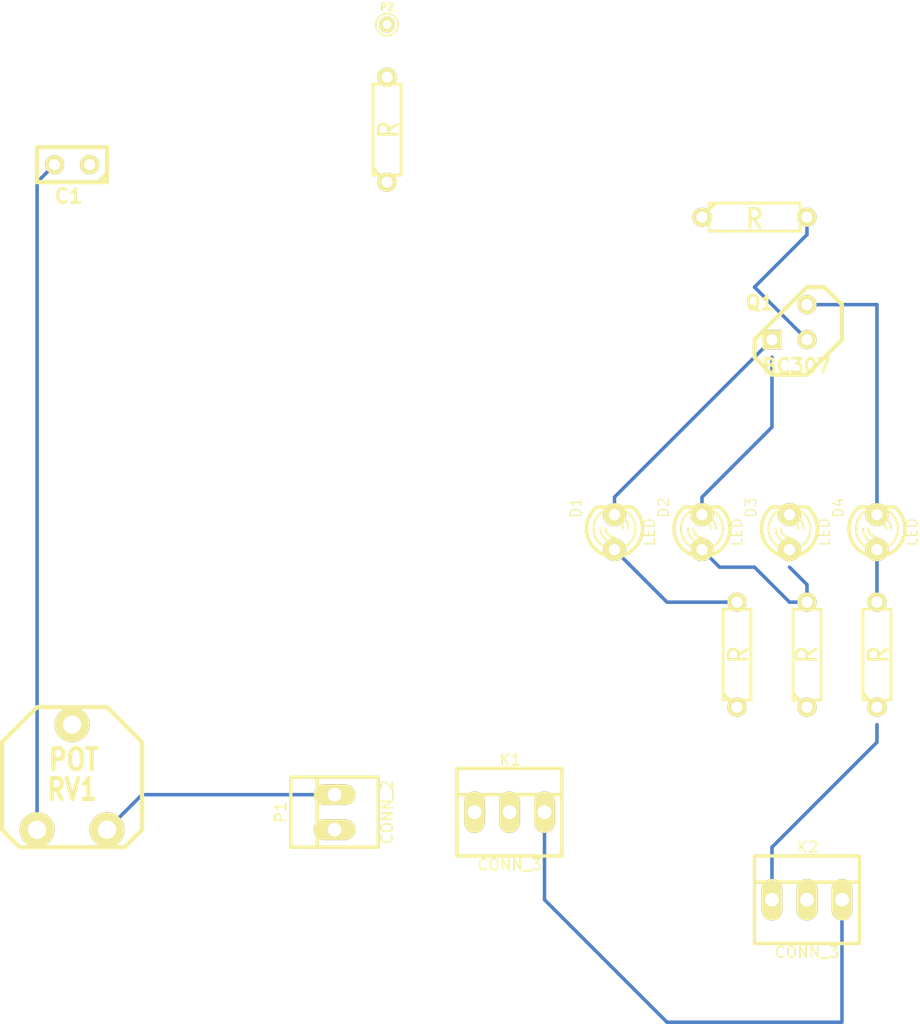
<source format=kicad_pcb>
(kicad_pcb (version 3) (host pcbnew "(2013-jul-07)-stable")

  (general
    (links 18)
    (no_connects 9)
    (area 176.123599 98.49104 243.24945 162.004)
    (thickness 1.6)
    (drawings 0)
    (tracks 30)
    (zones 0)
    (modules 16)
    (nets 13)
  )

  (page A3)
  (layers
    (15 F.Cu signal)
    (0 B.Cu signal)
    (16 B.Adhes user)
    (17 F.Adhes user)
    (18 B.Paste user)
    (19 F.Paste user)
    (20 B.SilkS user)
    (21 F.SilkS user)
    (22 B.Mask user)
    (23 F.Mask user)
    (24 Dwgs.User user)
    (25 Cmts.User user)
    (26 Eco1.User user)
    (27 Eco2.User user)
    (28 Edge.Cuts user)
  )

  (setup
    (last_trace_width 0.254)
    (trace_clearance 0.254)
    (zone_clearance 0.508)
    (zone_45_only no)
    (trace_min 0.254)
    (segment_width 0.2)
    (edge_width 0.15)
    (via_size 0.889)
    (via_drill 0.635)
    (via_min_size 0.889)
    (via_min_drill 0.508)
    (uvia_size 0.508)
    (uvia_drill 0.127)
    (uvias_allowed no)
    (uvia_min_size 0.508)
    (uvia_min_drill 0.127)
    (pcb_text_width 0.3)
    (pcb_text_size 1 1)
    (mod_edge_width 0.15)
    (mod_text_size 1 1)
    (mod_text_width 0.15)
    (pad_size 1 1)
    (pad_drill 0.6)
    (pad_to_mask_clearance 0)
    (aux_axis_origin 0 0)
    (visible_elements FFFFFFBF)
    (pcbplotparams
      (layerselection 3178497)
      (usegerberextensions true)
      (excludeedgelayer true)
      (linewidth 0.150000)
      (plotframeref false)
      (viasonmask false)
      (mode 1)
      (useauxorigin false)
      (hpglpennumber 1)
      (hpglpenspeed 20)
      (hpglpendiameter 15)
      (hpglpenoverlay 2)
      (psnegative false)
      (psa4output false)
      (plotreference true)
      (plotvalue true)
      (plotothertext true)
      (plotinvisibletext false)
      (padsonsilk false)
      (subtractmaskfromsilk false)
      (outputformat 1)
      (mirror false)
      (drillshape 1)
      (scaleselection 1)
      (outputdirectory ""))
  )

  (net 0 "")
  (net 1 GND)
  (net 2 N-000001)
  (net 3 N-0000012)
  (net 4 N-0000014)
  (net 5 N-0000016)
  (net 6 N-0000017)
  (net 7 N-000002)
  (net 8 N-000003)
  (net 9 N-000004)
  (net 10 N-000005)
  (net 11 N-000006)
  (net 12 N-000009)

  (net_class Default "Esta é a classe de net default."
    (clearance 0.254)
    (trace_width 0.254)
    (via_dia 0.889)
    (via_drill 0.635)
    (uvia_dia 0.508)
    (uvia_drill 0.127)
    (add_net "")
    (add_net GND)
    (add_net N-000001)
    (add_net N-0000012)
    (add_net N-0000014)
    (add_net N-0000016)
    (add_net N-0000017)
    (add_net N-000002)
    (add_net N-000003)
    (add_net N-000004)
    (add_net N-000005)
    (add_net N-000006)
    (add_net N-000009)
  )

  (module TO92-EBC (layer F.Cu) (tedit 4718C1A9) (tstamp 55B18B7B)
    (at 233.68 121.92 180)
    (descr "Transistor TO92 brochage type BC237")
    (tags "TR TO92")
    (path /55A90882)
    (fp_text reference Q1 (at 2.159 1.397 180) (layer F.SilkS)
      (effects (font (size 1.016 1.016) (thickness 0.2032)))
    )
    (fp_text value BC307 (at -0.508 -3.175 180) (layer F.SilkS)
      (effects (font (size 1.016 1.016) (thickness 0.2032)))
    )
    (fp_line (start -1.27 2.54) (end 2.54 -1.27) (layer F.SilkS) (width 0.3048))
    (fp_line (start 2.54 -1.27) (end 2.54 -2.54) (layer F.SilkS) (width 0.3048))
    (fp_line (start 2.54 -2.54) (end 1.27 -3.81) (layer F.SilkS) (width 0.3048))
    (fp_line (start 1.27 -3.81) (end -1.27 -3.81) (layer F.SilkS) (width 0.3048))
    (fp_line (start -1.27 -3.81) (end -3.81 -1.27) (layer F.SilkS) (width 0.3048))
    (fp_line (start -3.81 -1.27) (end -3.81 1.27) (layer F.SilkS) (width 0.3048))
    (fp_line (start -3.81 1.27) (end -2.54 2.54) (layer F.SilkS) (width 0.3048))
    (fp_line (start -2.54 2.54) (end -1.27 2.54) (layer F.SilkS) (width 0.3048))
    (pad E thru_hole rect (at 1.27 -1.27 180) (size 1.397 1.397) (drill 0.8128)
      (layers *.Cu *.Mask F.SilkS)
      (net 9 N-000004)
    )
    (pad B thru_hole circle (at -1.27 -1.27 180) (size 1.397 1.397) (drill 0.8128)
      (layers *.Cu *.Mask F.SilkS)
      (net 12 N-000009)
    )
    (pad C thru_hole circle (at -1.27 1.27 180) (size 1.397 1.397) (drill 0.8128)
      (layers *.Cu *.Mask F.SilkS)
      (net 10 N-000005)
    )
    (model discret/to98.wrl
      (at (xyz 0 0 0))
      (scale (xyz 1 1 1))
      (rotate (xyz 0 0 0))
    )
  )

  (module R3 (layer F.Cu) (tedit 4E4C0E65) (tstamp 55B18555)
    (at 240.03 146.05 90)
    (descr "Resitance 3 pas")
    (tags R)
    (path /55A81A15)
    (autoplace_cost180 10)
    (fp_text reference R5 (at 0 0.127 90) (layer F.SilkS) hide
      (effects (font (size 1.397 1.27) (thickness 0.2032)))
    )
    (fp_text value R (at 0 0.127 90) (layer F.SilkS)
      (effects (font (size 1.397 1.27) (thickness 0.2032)))
    )
    (fp_line (start -3.81 0) (end -3.302 0) (layer F.SilkS) (width 0.2032))
    (fp_line (start 3.81 0) (end 3.302 0) (layer F.SilkS) (width 0.2032))
    (fp_line (start 3.302 0) (end 3.302 -1.016) (layer F.SilkS) (width 0.2032))
    (fp_line (start 3.302 -1.016) (end -3.302 -1.016) (layer F.SilkS) (width 0.2032))
    (fp_line (start -3.302 -1.016) (end -3.302 1.016) (layer F.SilkS) (width 0.2032))
    (fp_line (start -3.302 1.016) (end 3.302 1.016) (layer F.SilkS) (width 0.2032))
    (fp_line (start 3.302 1.016) (end 3.302 0) (layer F.SilkS) (width 0.2032))
    (fp_line (start -3.302 -0.508) (end -2.794 -1.016) (layer F.SilkS) (width 0.2032))
    (pad 1 thru_hole circle (at -3.81 0 90) (size 1.397 1.397) (drill 0.8128)
      (layers *.Cu *.Mask F.SilkS)
      (net 3 N-0000012)
    )
    (pad 2 thru_hole circle (at 3.81 0 90) (size 1.397 1.397) (drill 0.8128)
      (layers *.Cu *.Mask F.SilkS)
      (net 4 N-0000014)
    )
    (model discret/resistor.wrl
      (at (xyz 0 0 0))
      (scale (xyz 0.3 0.3 0.3))
      (rotate (xyz 0 0 0))
    )
  )

  (module R3 (layer F.Cu) (tedit 55B1873C) (tstamp 55B18563)
    (at 234.95 146.05 90)
    (descr "Resitance 3 pas")
    (tags R)
    (path /55A81A24)
    (autoplace_cost180 10)
    (fp_text reference R4 (at 0 0.127 90) (layer F.SilkS) hide
      (effects (font (size 1.397 1.27) (thickness 0.2032)))
    )
    (fp_text value R (at 0 0 90) (layer F.SilkS)
      (effects (font (size 1.397 1.27) (thickness 0.2032)))
    )
    (fp_line (start -3.81 0) (end -3.302 0) (layer F.SilkS) (width 0.2032))
    (fp_line (start 3.81 0) (end 3.302 0) (layer F.SilkS) (width 0.2032))
    (fp_line (start 3.302 0) (end 3.302 -1.016) (layer F.SilkS) (width 0.2032))
    (fp_line (start 3.302 -1.016) (end -3.302 -1.016) (layer F.SilkS) (width 0.2032))
    (fp_line (start -3.302 -1.016) (end -3.302 1.016) (layer F.SilkS) (width 0.2032))
    (fp_line (start -3.302 1.016) (end 3.302 1.016) (layer F.SilkS) (width 0.2032))
    (fp_line (start 3.302 1.016) (end 3.302 0) (layer F.SilkS) (width 0.2032))
    (fp_line (start -3.302 -0.508) (end -2.794 -1.016) (layer F.SilkS) (width 0.2032))
    (pad 1 thru_hole circle (at -3.81 0 90) (size 1.397 1.397) (drill 0.8128)
      (layers *.Cu *.Mask F.SilkS)
      (net 3 N-0000012)
    )
    (pad 2 thru_hole circle (at 3.81 0 90) (size 1.397 1.397) (drill 0.8128)
      (layers *.Cu *.Mask F.SilkS)
      (net 5 N-0000016)
    )
    (model discret/resistor.wrl
      (at (xyz 0 0 0))
      (scale (xyz 0.3 0.3 0.3))
      (rotate (xyz 0 0 0))
    )
  )

  (module R3 (layer F.Cu) (tedit 4E4C0E65) (tstamp 55B18571)
    (at 229.87 146.05 90)
    (descr "Resitance 3 pas")
    (tags R)
    (path /55A81A33)
    (autoplace_cost180 10)
    (fp_text reference R3 (at 0 0.127 90) (layer F.SilkS) hide
      (effects (font (size 1.397 1.27) (thickness 0.2032)))
    )
    (fp_text value R (at 0 0.127 90) (layer F.SilkS)
      (effects (font (size 1.397 1.27) (thickness 0.2032)))
    )
    (fp_line (start -3.81 0) (end -3.302 0) (layer F.SilkS) (width 0.2032))
    (fp_line (start 3.81 0) (end 3.302 0) (layer F.SilkS) (width 0.2032))
    (fp_line (start 3.302 0) (end 3.302 -1.016) (layer F.SilkS) (width 0.2032))
    (fp_line (start 3.302 -1.016) (end -3.302 -1.016) (layer F.SilkS) (width 0.2032))
    (fp_line (start -3.302 -1.016) (end -3.302 1.016) (layer F.SilkS) (width 0.2032))
    (fp_line (start -3.302 1.016) (end 3.302 1.016) (layer F.SilkS) (width 0.2032))
    (fp_line (start 3.302 1.016) (end 3.302 0) (layer F.SilkS) (width 0.2032))
    (fp_line (start -3.302 -0.508) (end -2.794 -1.016) (layer F.SilkS) (width 0.2032))
    (pad 1 thru_hole circle (at -3.81 0 90) (size 1.397 1.397) (drill 0.8128)
      (layers *.Cu *.Mask F.SilkS)
      (net 3 N-0000012)
    )
    (pad 2 thru_hole circle (at 3.81 0 90) (size 1.397 1.397) (drill 0.8128)
      (layers *.Cu *.Mask F.SilkS)
      (net 11 N-000006)
    )
    (model discret/resistor.wrl
      (at (xyz 0 0 0))
      (scale (xyz 0.3 0.3 0.3))
      (rotate (xyz 0 0 0))
    )
  )

  (module R3 (layer F.Cu) (tedit 4E4C0E65) (tstamp 55B1857F)
    (at 231.14 114.3)
    (descr "Resitance 3 pas")
    (tags R)
    (path /55A81A42)
    (autoplace_cost180 10)
    (fp_text reference R2 (at 0 0.127) (layer F.SilkS) hide
      (effects (font (size 1.397 1.27) (thickness 0.2032)))
    )
    (fp_text value R (at 0 0.127) (layer F.SilkS)
      (effects (font (size 1.397 1.27) (thickness 0.2032)))
    )
    (fp_line (start -3.81 0) (end -3.302 0) (layer F.SilkS) (width 0.2032))
    (fp_line (start 3.81 0) (end 3.302 0) (layer F.SilkS) (width 0.2032))
    (fp_line (start 3.302 0) (end 3.302 -1.016) (layer F.SilkS) (width 0.2032))
    (fp_line (start 3.302 -1.016) (end -3.302 -1.016) (layer F.SilkS) (width 0.2032))
    (fp_line (start -3.302 -1.016) (end -3.302 1.016) (layer F.SilkS) (width 0.2032))
    (fp_line (start -3.302 1.016) (end 3.302 1.016) (layer F.SilkS) (width 0.2032))
    (fp_line (start 3.302 1.016) (end 3.302 0) (layer F.SilkS) (width 0.2032))
    (fp_line (start -3.302 -0.508) (end -2.794 -1.016) (layer F.SilkS) (width 0.2032))
    (pad 1 thru_hole circle (at -3.81 0) (size 1.397 1.397) (drill 0.8128)
      (layers *.Cu *.Mask F.SilkS)
      (net 6 N-0000017)
    )
    (pad 2 thru_hole circle (at 3.81 0) (size 1.397 1.397) (drill 0.8128)
      (layers *.Cu *.Mask F.SilkS)
      (net 12 N-000009)
    )
    (model discret/resistor.wrl
      (at (xyz 0 0 0))
      (scale (xyz 0.3 0.3 0.3))
      (rotate (xyz 0 0 0))
    )
  )

  (module R3 (layer F.Cu) (tedit 4E4C0E65) (tstamp 55B1858D)
    (at 204.47 107.95 90)
    (descr "Resitance 3 pas")
    (tags R)
    (path /55A81C5D)
    (autoplace_cost180 10)
    (fp_text reference R1 (at 0 0.127 90) (layer F.SilkS) hide
      (effects (font (size 1.397 1.27) (thickness 0.2032)))
    )
    (fp_text value R (at 0 0.127 90) (layer F.SilkS)
      (effects (font (size 1.397 1.27) (thickness 0.2032)))
    )
    (fp_line (start -3.81 0) (end -3.302 0) (layer F.SilkS) (width 0.2032))
    (fp_line (start 3.81 0) (end 3.302 0) (layer F.SilkS) (width 0.2032))
    (fp_line (start 3.302 0) (end 3.302 -1.016) (layer F.SilkS) (width 0.2032))
    (fp_line (start 3.302 -1.016) (end -3.302 -1.016) (layer F.SilkS) (width 0.2032))
    (fp_line (start -3.302 -1.016) (end -3.302 1.016) (layer F.SilkS) (width 0.2032))
    (fp_line (start -3.302 1.016) (end 3.302 1.016) (layer F.SilkS) (width 0.2032))
    (fp_line (start 3.302 1.016) (end 3.302 0) (layer F.SilkS) (width 0.2032))
    (fp_line (start -3.302 -0.508) (end -2.794 -1.016) (layer F.SilkS) (width 0.2032))
    (pad 1 thru_hole circle (at -3.81 0 90) (size 1.397 1.397) (drill 0.8128)
      (layers *.Cu *.Mask F.SilkS)
      (net 8 N-000003)
    )
    (pad 2 thru_hole circle (at 3.81 0 90) (size 1.397 1.397) (drill 0.8128)
      (layers *.Cu *.Mask F.SilkS)
      (net 6 N-0000017)
    )
    (model discret/resistor.wrl
      (at (xyz 0 0 0))
      (scale (xyz 0.3 0.3 0.3))
      (rotate (xyz 0 0 0))
    )
  )

  (module PINTST (layer F.Cu) (tedit 3D649DF9) (tstamp 55B189BF)
    (at 204.47 100.33)
    (descr "module 1 pin (ou trou mecanique de percage)")
    (tags DEV)
    (path /55A90C9A)
    (fp_text reference P2 (at 0 -1.26746) (layer F.SilkS)
      (effects (font (size 0.508 0.508) (thickness 0.127)))
    )
    (fp_text value CONN_1 (at 0 1.27) (layer F.SilkS) hide
      (effects (font (size 0.508 0.508) (thickness 0.127)))
    )
    (fp_circle (center 0 0) (end -0.254 -0.762) (layer F.SilkS) (width 0.127))
    (pad 1 thru_hole circle (at 0 0) (size 1.143 1.143) (drill 0.635)
      (layers *.Cu *.Mask F.SilkS)
      (net 6 N-0000017)
    )
    (model pin_array/pin_array_1x1.wrl
      (at (xyz 0 0 0))
      (scale (xyz 1 1 1))
      (rotate (xyz 0 0 0))
    )
  )

  (module PINHEAD1-3 (layer F.Cu) (tedit 52166174) (tstamp 55B1859F)
    (at 234.95 163.83)
    (path /55A81613)
    (attr virtual)
    (fp_text reference K2 (at 0.05 -3.8) (layer F.SilkS)
      (effects (font (size 0.8 0.8) (thickness 0.12)))
    )
    (fp_text value CONN_3 (at 0 3.81) (layer F.SilkS)
      (effects (font (size 0.8 0.8) (thickness 0.12)))
    )
    (fp_line (start -3.81 -3.175) (end -3.81 3.175) (layer F.SilkS) (width 0.254))
    (fp_line (start 3.81 -3.175) (end 3.81 3.175) (layer F.SilkS) (width 0.254))
    (fp_line (start 3.81 -1.27) (end -3.81 -1.27) (layer F.SilkS) (width 0.254))
    (fp_line (start -3.81 -3.175) (end 3.81 -3.175) (layer F.SilkS) (width 0.254))
    (fp_line (start 3.81 3.175) (end -3.81 3.175) (layer F.SilkS) (width 0.254))
    (pad 1 thru_hole oval (at -2.54 0) (size 1.50622 3.01498) (drill 0.99822)
      (layers *.Cu *.Mask F.SilkS)
      (net 3 N-0000012)
    )
    (pad 2 thru_hole oval (at 0 0) (size 1.50622 3.01498) (drill 0.99822)
      (layers *.Cu *.Mask F.SilkS)
    )
    (pad 3 thru_hole oval (at 2.54 0) (size 1.50622 3.01498) (drill 0.99822)
      (layers *.Cu *.Mask F.SilkS)
      (net 1 GND)
    )
  )

  (module PINHEAD1-3 (layer F.Cu) (tedit 52166174) (tstamp 55B18BF8)
    (at 213.36 157.48)
    (path /55A81781)
    (attr virtual)
    (fp_text reference K1 (at 0.05 -3.8) (layer F.SilkS)
      (effects (font (size 0.8 0.8) (thickness 0.12)))
    )
    (fp_text value CONN_3 (at 0 3.81) (layer F.SilkS)
      (effects (font (size 0.8 0.8) (thickness 0.12)))
    )
    (fp_line (start -3.81 -3.175) (end -3.81 3.175) (layer F.SilkS) (width 0.254))
    (fp_line (start 3.81 -3.175) (end 3.81 3.175) (layer F.SilkS) (width 0.254))
    (fp_line (start 3.81 -1.27) (end -3.81 -1.27) (layer F.SilkS) (width 0.254))
    (fp_line (start -3.81 -3.175) (end 3.81 -3.175) (layer F.SilkS) (width 0.254))
    (fp_line (start 3.81 3.175) (end -3.81 3.175) (layer F.SilkS) (width 0.254))
    (pad 1 thru_hole oval (at -2.54 0) (size 1.50622 3.01498) (drill 0.99822)
      (layers *.Cu *.Mask F.SilkS)
      (net 3 N-0000012)
    )
    (pad 2 thru_hole oval (at 0 0) (size 1.50622 3.01498) (drill 0.99822)
      (layers *.Cu *.Mask F.SilkS)
    )
    (pad 3 thru_hole oval (at 2.54 0) (size 1.50622 3.01498) (drill 0.99822)
      (layers *.Cu *.Mask F.SilkS)
      (net 1 GND)
    )
  )

  (module PINHEAD1-2 (layer F.Cu) (tedit 5216611E) (tstamp 55B185B6)
    (at 200.66 157.48 90)
    (path /55A81A89)
    (attr virtual)
    (fp_text reference P1 (at 0 -3.9 90) (layer F.SilkS)
      (effects (font (size 0.8 0.8) (thickness 0.12)))
    )
    (fp_text value CONN_2 (at 0 3.81 90) (layer F.SilkS)
      (effects (font (size 0.8 0.8) (thickness 0.12)))
    )
    (fp_line (start 2.54 -1.27) (end -2.54 -1.27) (layer F.SilkS) (width 0.254))
    (fp_line (start 2.54 3.175) (end -2.54 3.175) (layer F.SilkS) (width 0.254))
    (fp_line (start -2.54 -3.175) (end 2.54 -3.175) (layer F.SilkS) (width 0.254))
    (fp_line (start -2.54 -3.175) (end -2.54 3.175) (layer F.SilkS) (width 0.254))
    (fp_line (start 2.54 -3.175) (end 2.54 3.175) (layer F.SilkS) (width 0.254))
    (pad 1 thru_hole oval (at -1.27 0 90) (size 1.50622 3.01498) (drill 0.99822)
      (layers *.Cu *.Mask F.SilkS)
    )
    (pad 2 thru_hole oval (at 1.27 0 90) (size 1.50622 3.01498) (drill 0.99822)
      (layers *.Cu *.Mask F.SilkS)
      (net 2 N-000001)
    )
  )

  (module LED-3MM (layer F.Cu) (tedit 50ADE848) (tstamp 55B185CF)
    (at 220.98 137.16 90)
    (descr "LED 3mm - Lead pitch 100mil (2,54mm)")
    (tags "LED led 3mm 3MM 100mil 2,54mm")
    (path /55A80F62)
    (fp_text reference D1 (at 1.778 -2.794 90) (layer F.SilkS)
      (effects (font (size 0.762 0.762) (thickness 0.0889)))
    )
    (fp_text value LED (at 0 2.54 90) (layer F.SilkS)
      (effects (font (size 0.762 0.762) (thickness 0.0889)))
    )
    (fp_line (start 1.8288 1.27) (end 1.8288 -1.27) (layer F.SilkS) (width 0.254))
    (fp_arc (start 0.254 0) (end -1.27 0) (angle 39.8) (layer F.SilkS) (width 0.1524))
    (fp_arc (start 0.254 0) (end -0.88392 1.01092) (angle 41.6) (layer F.SilkS) (width 0.1524))
    (fp_arc (start 0.254 0) (end 1.4097 -0.9906) (angle 40.6) (layer F.SilkS) (width 0.1524))
    (fp_arc (start 0.254 0) (end 1.778 0) (angle 39.8) (layer F.SilkS) (width 0.1524))
    (fp_arc (start 0.254 0) (end 0.254 -1.524) (angle 54.4) (layer F.SilkS) (width 0.1524))
    (fp_arc (start 0.254 0) (end -0.9652 -0.9144) (angle 53.1) (layer F.SilkS) (width 0.1524))
    (fp_arc (start 0.254 0) (end 1.45542 0.93472) (angle 52.1) (layer F.SilkS) (width 0.1524))
    (fp_arc (start 0.254 0) (end 0.254 1.524) (angle 52.1) (layer F.SilkS) (width 0.1524))
    (fp_arc (start 0.254 0) (end -0.381 0) (angle 90) (layer F.SilkS) (width 0.1524))
    (fp_arc (start 0.254 0) (end -0.762 0) (angle 90) (layer F.SilkS) (width 0.1524))
    (fp_arc (start 0.254 0) (end 0.889 0) (angle 90) (layer F.SilkS) (width 0.1524))
    (fp_arc (start 0.254 0) (end 1.27 0) (angle 90) (layer F.SilkS) (width 0.1524))
    (fp_arc (start 0.254 0) (end 0.254 -2.032) (angle 50.1) (layer F.SilkS) (width 0.254))
    (fp_arc (start 0.254 0) (end -1.5367 -0.95504) (angle 61.9) (layer F.SilkS) (width 0.254))
    (fp_arc (start 0.254 0) (end 1.8034 1.31064) (angle 49.7) (layer F.SilkS) (width 0.254))
    (fp_arc (start 0.254 0) (end 0.254 2.032) (angle 60.2) (layer F.SilkS) (width 0.254))
    (fp_arc (start 0.254 0) (end -1.778 0) (angle 28.3) (layer F.SilkS) (width 0.254))
    (fp_arc (start 0.254 0) (end -1.47574 1.06426) (angle 31.6) (layer F.SilkS) (width 0.254))
    (pad 1 thru_hole circle (at -1.27 0 90) (size 1.6764 1.6764) (drill 0.8128)
      (layers *.Cu *.Mask F.SilkS)
      (net 11 N-000006)
    )
    (pad 2 thru_hole circle (at 1.27 0 90) (size 1.6764 1.6764) (drill 0.8128)
      (layers *.Cu *.Mask F.SilkS)
      (net 9 N-000004)
    )
    (model discret/leds/led3_vertical_verde.wrl
      (at (xyz 0 0 0))
      (scale (xyz 1 1 1))
      (rotate (xyz 0 0 0))
    )
  )

  (module LED-3MM (layer F.Cu) (tedit 50ADE848) (tstamp 55B185E8)
    (at 233.68 137.16 90)
    (descr "LED 3mm - Lead pitch 100mil (2,54mm)")
    (tags "LED led 3mm 3MM 100mil 2,54mm")
    (path /55A81143)
    (fp_text reference D3 (at 1.778 -2.794 90) (layer F.SilkS)
      (effects (font (size 0.762 0.762) (thickness 0.0889)))
    )
    (fp_text value LED (at 0 2.54 90) (layer F.SilkS)
      (effects (font (size 0.762 0.762) (thickness 0.0889)))
    )
    (fp_line (start 1.8288 1.27) (end 1.8288 -1.27) (layer F.SilkS) (width 0.254))
    (fp_arc (start 0.254 0) (end -1.27 0) (angle 39.8) (layer F.SilkS) (width 0.1524))
    (fp_arc (start 0.254 0) (end -0.88392 1.01092) (angle 41.6) (layer F.SilkS) (width 0.1524))
    (fp_arc (start 0.254 0) (end 1.4097 -0.9906) (angle 40.6) (layer F.SilkS) (width 0.1524))
    (fp_arc (start 0.254 0) (end 1.778 0) (angle 39.8) (layer F.SilkS) (width 0.1524))
    (fp_arc (start 0.254 0) (end 0.254 -1.524) (angle 54.4) (layer F.SilkS) (width 0.1524))
    (fp_arc (start 0.254 0) (end -0.9652 -0.9144) (angle 53.1) (layer F.SilkS) (width 0.1524))
    (fp_arc (start 0.254 0) (end 1.45542 0.93472) (angle 52.1) (layer F.SilkS) (width 0.1524))
    (fp_arc (start 0.254 0) (end 0.254 1.524) (angle 52.1) (layer F.SilkS) (width 0.1524))
    (fp_arc (start 0.254 0) (end -0.381 0) (angle 90) (layer F.SilkS) (width 0.1524))
    (fp_arc (start 0.254 0) (end -0.762 0) (angle 90) (layer F.SilkS) (width 0.1524))
    (fp_arc (start 0.254 0) (end 0.889 0) (angle 90) (layer F.SilkS) (width 0.1524))
    (fp_arc (start 0.254 0) (end 1.27 0) (angle 90) (layer F.SilkS) (width 0.1524))
    (fp_arc (start 0.254 0) (end 0.254 -2.032) (angle 50.1) (layer F.SilkS) (width 0.254))
    (fp_arc (start 0.254 0) (end -1.5367 -0.95504) (angle 61.9) (layer F.SilkS) (width 0.254))
    (fp_arc (start 0.254 0) (end 1.8034 1.31064) (angle 49.7) (layer F.SilkS) (width 0.254))
    (fp_arc (start 0.254 0) (end 0.254 2.032) (angle 60.2) (layer F.SilkS) (width 0.254))
    (fp_arc (start 0.254 0) (end -1.778 0) (angle 28.3) (layer F.SilkS) (width 0.254))
    (fp_arc (start 0.254 0) (end -1.47574 1.06426) (angle 31.6) (layer F.SilkS) (width 0.254))
    (pad 1 thru_hole circle (at -1.27 0 90) (size 1.6764 1.6764) (drill 0.8128)
      (layers *.Cu *.Mask F.SilkS)
      (net 5 N-0000016)
    )
    (pad 2 thru_hole circle (at 1.27 0 90) (size 1.6764 1.6764) (drill 0.8128)
      (layers *.Cu *.Mask F.SilkS)
    )
    (model discret/leds/led3_vertical_verde.wrl
      (at (xyz 0 0 0))
      (scale (xyz 1 1 1))
      (rotate (xyz 0 0 0))
    )
  )

  (module LED-3MM (layer F.Cu) (tedit 50ADE848) (tstamp 55B189F8)
    (at 227.33 137.16 90)
    (descr "LED 3mm - Lead pitch 100mil (2,54mm)")
    (tags "LED led 3mm 3MM 100mil 2,54mm")
    (path /55A81152)
    (fp_text reference D2 (at 1.778 -2.794 90) (layer F.SilkS)
      (effects (font (size 0.762 0.762) (thickness 0.0889)))
    )
    (fp_text value LED (at 0 2.54 90) (layer F.SilkS)
      (effects (font (size 0.762 0.762) (thickness 0.0889)))
    )
    (fp_line (start 1.8288 1.27) (end 1.8288 -1.27) (layer F.SilkS) (width 0.254))
    (fp_arc (start 0.254 0) (end -1.27 0) (angle 39.8) (layer F.SilkS) (width 0.1524))
    (fp_arc (start 0.254 0) (end -0.88392 1.01092) (angle 41.6) (layer F.SilkS) (width 0.1524))
    (fp_arc (start 0.254 0) (end 1.4097 -0.9906) (angle 40.6) (layer F.SilkS) (width 0.1524))
    (fp_arc (start 0.254 0) (end 1.778 0) (angle 39.8) (layer F.SilkS) (width 0.1524))
    (fp_arc (start 0.254 0) (end 0.254 -1.524) (angle 54.4) (layer F.SilkS) (width 0.1524))
    (fp_arc (start 0.254 0) (end -0.9652 -0.9144) (angle 53.1) (layer F.SilkS) (width 0.1524))
    (fp_arc (start 0.254 0) (end 1.45542 0.93472) (angle 52.1) (layer F.SilkS) (width 0.1524))
    (fp_arc (start 0.254 0) (end 0.254 1.524) (angle 52.1) (layer F.SilkS) (width 0.1524))
    (fp_arc (start 0.254 0) (end -0.381 0) (angle 90) (layer F.SilkS) (width 0.1524))
    (fp_arc (start 0.254 0) (end -0.762 0) (angle 90) (layer F.SilkS) (width 0.1524))
    (fp_arc (start 0.254 0) (end 0.889 0) (angle 90) (layer F.SilkS) (width 0.1524))
    (fp_arc (start 0.254 0) (end 1.27 0) (angle 90) (layer F.SilkS) (width 0.1524))
    (fp_arc (start 0.254 0) (end 0.254 -2.032) (angle 50.1) (layer F.SilkS) (width 0.254))
    (fp_arc (start 0.254 0) (end -1.5367 -0.95504) (angle 61.9) (layer F.SilkS) (width 0.254))
    (fp_arc (start 0.254 0) (end 1.8034 1.31064) (angle 49.7) (layer F.SilkS) (width 0.254))
    (fp_arc (start 0.254 0) (end 0.254 2.032) (angle 60.2) (layer F.SilkS) (width 0.254))
    (fp_arc (start 0.254 0) (end -1.778 0) (angle 28.3) (layer F.SilkS) (width 0.254))
    (fp_arc (start 0.254 0) (end -1.47574 1.06426) (angle 31.6) (layer F.SilkS) (width 0.254))
    (pad 1 thru_hole circle (at -1.27 0 90) (size 1.6764 1.6764) (drill 0.8128)
      (layers *.Cu *.Mask F.SilkS)
      (net 5 N-0000016)
    )
    (pad 2 thru_hole circle (at 1.27 0 90) (size 1.6764 1.6764) (drill 0.8128)
      (layers *.Cu *.Mask F.SilkS)
      (net 9 N-000004)
    )
    (model discret/leds/led3_vertical_verde.wrl
      (at (xyz 0 0 0))
      (scale (xyz 1 1 1))
      (rotate (xyz 0 0 0))
    )
  )

  (module LED-3MM (layer F.Cu) (tedit 50ADE848) (tstamp 55B1861A)
    (at 240.03 137.16 90)
    (descr "LED 3mm - Lead pitch 100mil (2,54mm)")
    (tags "LED led 3mm 3MM 100mil 2,54mm")
    (path /55A81412)
    (fp_text reference D4 (at 1.778 -2.794 90) (layer F.SilkS)
      (effects (font (size 0.762 0.762) (thickness 0.0889)))
    )
    (fp_text value LED (at 0 2.54 90) (layer F.SilkS)
      (effects (font (size 0.762 0.762) (thickness 0.0889)))
    )
    (fp_line (start 1.8288 1.27) (end 1.8288 -1.27) (layer F.SilkS) (width 0.254))
    (fp_arc (start 0.254 0) (end -1.27 0) (angle 39.8) (layer F.SilkS) (width 0.1524))
    (fp_arc (start 0.254 0) (end -0.88392 1.01092) (angle 41.6) (layer F.SilkS) (width 0.1524))
    (fp_arc (start 0.254 0) (end 1.4097 -0.9906) (angle 40.6) (layer F.SilkS) (width 0.1524))
    (fp_arc (start 0.254 0) (end 1.778 0) (angle 39.8) (layer F.SilkS) (width 0.1524))
    (fp_arc (start 0.254 0) (end 0.254 -1.524) (angle 54.4) (layer F.SilkS) (width 0.1524))
    (fp_arc (start 0.254 0) (end -0.9652 -0.9144) (angle 53.1) (layer F.SilkS) (width 0.1524))
    (fp_arc (start 0.254 0) (end 1.45542 0.93472) (angle 52.1) (layer F.SilkS) (width 0.1524))
    (fp_arc (start 0.254 0) (end 0.254 1.524) (angle 52.1) (layer F.SilkS) (width 0.1524))
    (fp_arc (start 0.254 0) (end -0.381 0) (angle 90) (layer F.SilkS) (width 0.1524))
    (fp_arc (start 0.254 0) (end -0.762 0) (angle 90) (layer F.SilkS) (width 0.1524))
    (fp_arc (start 0.254 0) (end 0.889 0) (angle 90) (layer F.SilkS) (width 0.1524))
    (fp_arc (start 0.254 0) (end 1.27 0) (angle 90) (layer F.SilkS) (width 0.1524))
    (fp_arc (start 0.254 0) (end 0.254 -2.032) (angle 50.1) (layer F.SilkS) (width 0.254))
    (fp_arc (start 0.254 0) (end -1.5367 -0.95504) (angle 61.9) (layer F.SilkS) (width 0.254))
    (fp_arc (start 0.254 0) (end 1.8034 1.31064) (angle 49.7) (layer F.SilkS) (width 0.254))
    (fp_arc (start 0.254 0) (end 0.254 2.032) (angle 60.2) (layer F.SilkS) (width 0.254))
    (fp_arc (start 0.254 0) (end -1.778 0) (angle 28.3) (layer F.SilkS) (width 0.254))
    (fp_arc (start 0.254 0) (end -1.47574 1.06426) (angle 31.6) (layer F.SilkS) (width 0.254))
    (pad 1 thru_hole circle (at -1.27 0 90) (size 1.6764 1.6764) (drill 0.8128)
      (layers *.Cu *.Mask F.SilkS)
      (net 4 N-0000014)
    )
    (pad 2 thru_hole circle (at 1.27 0 90) (size 1.6764 1.6764) (drill 0.8128)
      (layers *.Cu *.Mask F.SilkS)
      (net 10 N-000005)
    )
    (model discret/leds/led3_vertical_verde.wrl
      (at (xyz 0 0 0))
      (scale (xyz 1 1 1))
      (rotate (xyz 0 0 0))
    )
  )

  (module CVAR3X2 (layer F.Cu) (tedit 200000) (tstamp 55B18629)
    (at 181.61 154.94)
    (descr "Condensateur ajustable")
    (tags "C DEV")
    (path /55A81BDD)
    (fp_text reference RV1 (at 0 0.889) (layer F.SilkS)
      (effects (font (size 1.524 1.27) (thickness 0.3048)))
    )
    (fp_text value POT (at 0.127 -1.27) (layer F.SilkS)
      (effects (font (size 1.524 1.27) (thickness 0.3048)))
    )
    (fp_line (start 2.54 -5.08) (end -2.54 -5.08) (layer F.SilkS) (width 0.3048))
    (fp_line (start -2.54 -5.08) (end -5.08 -2.54) (layer F.SilkS) (width 0.3048))
    (fp_line (start -5.08 -2.54) (end -5.08 3.81) (layer F.SilkS) (width 0.3048))
    (fp_line (start -5.08 3.81) (end -3.81 5.08) (layer F.SilkS) (width 0.3048))
    (fp_line (start -3.81 5.08) (end 3.81 5.08) (layer F.SilkS) (width 0.3048))
    (fp_line (start 3.81 5.08) (end 5.08 3.81) (layer F.SilkS) (width 0.3048))
    (fp_line (start 5.08 3.81) (end 5.08 -2.54) (layer F.SilkS) (width 0.3048))
    (fp_line (start 5.08 -2.54) (end 2.54 -5.08) (layer F.SilkS) (width 0.3048))
    (pad 1 thru_hole circle (at 0 -3.81) (size 2.54 2.54) (drill 1.3208)
      (layers *.Cu *.Mask F.SilkS)
    )
    (pad 2 thru_hole circle (at 2.54 3.81) (size 2.54 2.54) (drill 1.3208)
      (layers *.Cu *.Mask F.SilkS)
      (net 2 N-000001)
    )
    (pad 3 thru_hole circle (at -2.54 3.81) (size 2.54 2.54) (drill 1.3208)
      (layers *.Cu *.Mask F.SilkS)
      (net 7 N-000002)
    )
  )

  (module C1 (layer F.Cu) (tedit 3F92C496) (tstamp 55B18634)
    (at 181.61 110.49 180)
    (descr "Condensateur e = 1 pas")
    (tags C)
    (path /55A81A51)
    (fp_text reference C1 (at 0.254 -2.286 180) (layer F.SilkS)
      (effects (font (size 1.016 1.016) (thickness 0.2032)))
    )
    (fp_text value C (at 0 -2.286 180) (layer F.SilkS) hide
      (effects (font (size 1.016 1.016) (thickness 0.2032)))
    )
    (fp_line (start -2.4892 -1.27) (end 2.54 -1.27) (layer F.SilkS) (width 0.3048))
    (fp_line (start 2.54 -1.27) (end 2.54 1.27) (layer F.SilkS) (width 0.3048))
    (fp_line (start 2.54 1.27) (end -2.54 1.27) (layer F.SilkS) (width 0.3048))
    (fp_line (start -2.54 1.27) (end -2.54 -1.27) (layer F.SilkS) (width 0.3048))
    (fp_line (start -2.54 -0.635) (end -1.905 -1.27) (layer F.SilkS) (width 0.3048))
    (pad 1 thru_hole circle (at -1.27 0 180) (size 1.397 1.397) (drill 0.8128)
      (layers *.Cu *.Mask F.SilkS)
      (net 8 N-000003)
    )
    (pad 2 thru_hole circle (at 1.27 0 180) (size 1.397 1.397) (drill 0.8128)
      (layers *.Cu *.Mask F.SilkS)
      (net 7 N-000002)
    )
    (model discret/capa_1_pas.wrl
      (at (xyz 0 0 0))
      (scale (xyz 1 1 1))
      (rotate (xyz 0 0 0))
    )
  )

  (segment (start 215.9 157.48) (end 215.9 163.83) (width 0.254) (layer B.Cu) (net 1))
  (segment (start 237.49 172.72) (end 237.49 163.83) (width 0.254) (layer B.Cu) (net 1) (tstamp 55B2359C))
  (segment (start 224.79 172.72) (end 237.49 172.72) (width 0.254) (layer B.Cu) (net 1) (tstamp 55B2359A))
  (segment (start 215.9 163.83) (end 224.79 172.72) (width 0.254) (layer B.Cu) (net 1) (tstamp 55B23597))
  (segment (start 200.66 156.21) (end 186.69 156.21) (width 0.254) (layer B.Cu) (net 2))
  (segment (start 186.69 156.21) (end 184.15 158.75) (width 0.254) (layer B.Cu) (net 2) (tstamp 55B18D47))
  (segment (start 232.41 163.83) (end 232.41 160.02) (width 0.254) (layer B.Cu) (net 3))
  (segment (start 240.03 152.4) (end 240.03 151.13) (width 0.254) (layer B.Cu) (net 3) (tstamp 55B2355A))
  (segment (start 232.41 160.02) (end 240.03 152.4) (width 0.254) (layer B.Cu) (net 3) (tstamp 55B23556))
  (segment (start 240.03 142.24) (end 240.03 138.43) (width 0.254) (layer B.Cu) (net 4))
  (segment (start 234.95 142.24) (end 233.68 142.24) (width 0.254) (layer B.Cu) (net 5))
  (segment (start 228.6 139.7) (end 227.33 138.43) (width 0.254) (layer B.Cu) (net 5) (tstamp 55B234E9))
  (segment (start 231.14 139.7) (end 228.6 139.7) (width 0.254) (layer B.Cu) (net 5) (tstamp 55B234E6))
  (segment (start 233.68 142.24) (end 231.14 139.7) (width 0.254) (layer B.Cu) (net 5) (tstamp 55B234E1))
  (segment (start 234.95 142.24) (end 234.95 140.97) (width 0.254) (layer B.Cu) (net 5))
  (segment (start 234.95 140.97) (end 233.68 139.7) (width 0.254) (layer B.Cu) (net 5) (tstamp 55B234DA))
  (segment (start 179.07 158.75) (end 179.07 111.76) (width 0.254) (layer B.Cu) (net 7))
  (segment (start 179.07 111.76) (end 180.34 110.49) (width 0.254) (layer B.Cu) (net 7) (tstamp 55B234C9))
  (segment (start 220.98 135.89) (end 220.98 134.62) (width 0.254) (layer B.Cu) (net 9))
  (segment (start 220.98 134.62) (end 232.41 123.19) (width 0.254) (layer B.Cu) (net 9) (tstamp 55B23514))
  (segment (start 227.33 135.89) (end 227.33 134.62) (width 0.254) (layer B.Cu) (net 9))
  (segment (start 232.41 129.54) (end 232.41 124.46) (width 0.254) (layer B.Cu) (net 9) (tstamp 55B23510))
  (segment (start 227.33 134.62) (end 232.41 129.54) (width 0.254) (layer B.Cu) (net 9) (tstamp 55B23509))
  (segment (start 240.03 135.89) (end 240.03 120.65) (width 0.254) (layer B.Cu) (net 10))
  (segment (start 240.03 120.65) (end 234.95 120.65) (width 0.254) (layer B.Cu) (net 10) (tstamp 55B234F0))
  (segment (start 229.87 142.24) (end 224.79 142.24) (width 0.254) (layer B.Cu) (net 11))
  (segment (start 224.79 142.24) (end 220.98 138.43) (width 0.254) (layer B.Cu) (net 11) (tstamp 55B234D5))
  (segment (start 234.95 114.3) (end 234.95 115.57) (width 0.254) (layer B.Cu) (net 12))
  (segment (start 231.14 119.38) (end 234.95 123.19) (width 0.254) (layer B.Cu) (net 12))
  (segment (start 234.95 115.57) (end 231.14 119.38) (width 0.254) (layer B.Cu) (net 12) (tstamp 55B235CC))

)

</source>
